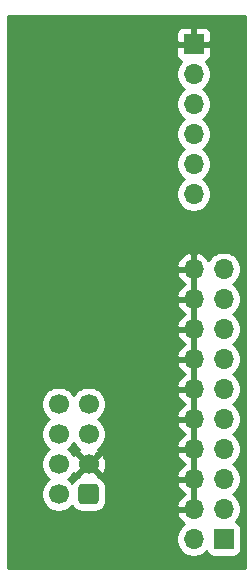
<source format=gbl>
G04 #@! TF.GenerationSoftware,KiCad,Pcbnew,5.1.10*
G04 #@! TF.CreationDate,2021-10-24T19:29:33+00:00*
G04 #@! TF.ProjectId,stm32-debug-breakout,73746d33-322d-4646-9562-75672d627265,rev?*
G04 #@! TF.SameCoordinates,Original*
G04 #@! TF.FileFunction,Copper,L2,Bot*
G04 #@! TF.FilePolarity,Positive*
%FSLAX46Y46*%
G04 Gerber Fmt 4.6, Leading zero omitted, Abs format (unit mm)*
G04 Created by KiCad (PCBNEW 5.1.10) date 2021-10-24 19:29:33*
%MOMM*%
%LPD*%
G01*
G04 APERTURE LIST*
G04 #@! TA.AperFunction,ComponentPad*
%ADD10C,1.700000*%
G04 #@! TD*
G04 #@! TA.AperFunction,ComponentPad*
%ADD11O,1.700000X1.700000*%
G04 #@! TD*
G04 #@! TA.AperFunction,ComponentPad*
%ADD12R,1.700000X1.700000*%
G04 #@! TD*
G04 #@! TA.AperFunction,Conductor*
%ADD13C,0.254000*%
G04 #@! TD*
G04 #@! TA.AperFunction,Conductor*
%ADD14C,0.100000*%
G04 #@! TD*
G04 APERTURE END LIST*
D10*
G04 #@! TO.P,J3,8*
G04 #@! TO.N,/RX*
X143510000Y-105410000D03*
G04 #@! TO.P,J3,6*
G04 #@! TO.N,/SWO*
X143510000Y-107950000D03*
G04 #@! TO.P,J3,4*
G04 #@! TO.N,/SWCLK*
X143510000Y-110490000D03*
G04 #@! TO.P,J3,2*
G04 #@! TO.N,/SWDIO*
X143510000Y-113030000D03*
G04 #@! TO.P,J3,7*
G04 #@! TO.N,/TX*
X146050000Y-105410000D03*
G04 #@! TO.P,J3,5*
G04 #@! TO.N,/NRST*
X146050000Y-107950000D03*
G04 #@! TO.P,J3,3*
G04 #@! TO.N,GND*
X146050000Y-110490000D03*
G04 #@! TO.P,J3,1*
G04 #@! TO.N,VCC*
G04 #@! TA.AperFunction,ComponentPad*
G36*
G01*
X146900000Y-112430000D02*
X146900000Y-113630000D01*
G75*
G02*
X146650000Y-113880000I-250000J0D01*
G01*
X145450000Y-113880000D01*
G75*
G02*
X145200000Y-113630000I0J250000D01*
G01*
X145200000Y-112430000D01*
G75*
G02*
X145450000Y-112180000I250000J0D01*
G01*
X146650000Y-112180000D01*
G75*
G02*
X146900000Y-112430000I0J-250000D01*
G01*
G37*
G04 #@! TD.AperFunction*
G04 #@! TD*
D11*
G04 #@! TO.P,J2,20*
G04 #@! TO.N,GND*
X154940000Y-93980000D03*
G04 #@! TO.P,J2,19*
G04 #@! TO.N,Net-(J2-Pad19)*
X157480000Y-93980000D03*
G04 #@! TO.P,J2,18*
G04 #@! TO.N,GND*
X154940000Y-96520000D03*
G04 #@! TO.P,J2,17*
G04 #@! TO.N,Net-(J2-Pad17)*
X157480000Y-96520000D03*
G04 #@! TO.P,J2,16*
G04 #@! TO.N,GND*
X154940000Y-99060000D03*
G04 #@! TO.P,J2,15*
G04 #@! TO.N,/NRST*
X157480000Y-99060000D03*
G04 #@! TO.P,J2,14*
G04 #@! TO.N,GND*
X154940000Y-101600000D03*
G04 #@! TO.P,J2,13*
G04 #@! TO.N,/SWO*
X157480000Y-101600000D03*
G04 #@! TO.P,J2,12*
G04 #@! TO.N,GND*
X154940000Y-104140000D03*
G04 #@! TO.P,J2,11*
G04 #@! TO.N,Net-(J2-Pad11)*
X157480000Y-104140000D03*
G04 #@! TO.P,J2,10*
G04 #@! TO.N,GND*
X154940000Y-106680000D03*
G04 #@! TO.P,J2,9*
G04 #@! TO.N,/SWCLK*
X157480000Y-106680000D03*
G04 #@! TO.P,J2,8*
G04 #@! TO.N,GND*
X154940000Y-109220000D03*
G04 #@! TO.P,J2,7*
G04 #@! TO.N,/SWDIO*
X157480000Y-109220000D03*
G04 #@! TO.P,J2,6*
G04 #@! TO.N,GND*
X154940000Y-111760000D03*
G04 #@! TO.P,J2,5*
G04 #@! TO.N,Net-(J2-Pad5)*
X157480000Y-111760000D03*
G04 #@! TO.P,J2,4*
G04 #@! TO.N,GND*
X154940000Y-114300000D03*
G04 #@! TO.P,J2,3*
G04 #@! TO.N,Net-(J2-Pad3)*
X157480000Y-114300000D03*
G04 #@! TO.P,J2,2*
G04 #@! TO.N,VCC*
X154940000Y-116840000D03*
D12*
G04 #@! TO.P,J2,1*
X157480000Y-116840000D03*
G04 #@! TD*
D11*
G04 #@! TO.P,J1,6*
G04 #@! TO.N,Net-(J1-Pad6)*
X154940000Y-87630000D03*
G04 #@! TO.P,J1,5*
G04 #@! TO.N,/RX*
X154940000Y-85090000D03*
G04 #@! TO.P,J1,4*
G04 #@! TO.N,/TX*
X154940000Y-82550000D03*
G04 #@! TO.P,J1,3*
G04 #@! TO.N,Net-(J1-Pad3)*
X154940000Y-80010000D03*
G04 #@! TO.P,J1,2*
G04 #@! TO.N,Net-(J1-Pad2)*
X154940000Y-77470000D03*
D12*
G04 #@! TO.P,J1,1*
G04 #@! TO.N,GND*
X154940000Y-74930000D03*
G04 #@! TD*
D13*
G04 #@! TO.N,GND*
X159258000Y-119253000D02*
X139192000Y-119253000D01*
X139192000Y-116693740D01*
X153455000Y-116693740D01*
X153455000Y-116986260D01*
X153512068Y-117273158D01*
X153624010Y-117543411D01*
X153786525Y-117786632D01*
X153993368Y-117993475D01*
X154236589Y-118155990D01*
X154506842Y-118267932D01*
X154793740Y-118325000D01*
X155086260Y-118325000D01*
X155373158Y-118267932D01*
X155643411Y-118155990D01*
X155886632Y-117993475D01*
X156018487Y-117861620D01*
X156040498Y-117934180D01*
X156099463Y-118044494D01*
X156178815Y-118141185D01*
X156275506Y-118220537D01*
X156385820Y-118279502D01*
X156505518Y-118315812D01*
X156630000Y-118328072D01*
X158330000Y-118328072D01*
X158454482Y-118315812D01*
X158574180Y-118279502D01*
X158684494Y-118220537D01*
X158781185Y-118141185D01*
X158860537Y-118044494D01*
X158919502Y-117934180D01*
X158955812Y-117814482D01*
X158968072Y-117690000D01*
X158968072Y-115990000D01*
X158955812Y-115865518D01*
X158919502Y-115745820D01*
X158860537Y-115635506D01*
X158781185Y-115538815D01*
X158684494Y-115459463D01*
X158574180Y-115400498D01*
X158501620Y-115378487D01*
X158633475Y-115246632D01*
X158795990Y-115003411D01*
X158907932Y-114733158D01*
X158965000Y-114446260D01*
X158965000Y-114153740D01*
X158907932Y-113866842D01*
X158795990Y-113596589D01*
X158633475Y-113353368D01*
X158426632Y-113146525D01*
X158252240Y-113030000D01*
X158426632Y-112913475D01*
X158633475Y-112706632D01*
X158795990Y-112463411D01*
X158907932Y-112193158D01*
X158965000Y-111906260D01*
X158965000Y-111613740D01*
X158907932Y-111326842D01*
X158795990Y-111056589D01*
X158633475Y-110813368D01*
X158426632Y-110606525D01*
X158252240Y-110490000D01*
X158426632Y-110373475D01*
X158633475Y-110166632D01*
X158795990Y-109923411D01*
X158907932Y-109653158D01*
X158965000Y-109366260D01*
X158965000Y-109073740D01*
X158907932Y-108786842D01*
X158795990Y-108516589D01*
X158633475Y-108273368D01*
X158426632Y-108066525D01*
X158252240Y-107950000D01*
X158426632Y-107833475D01*
X158633475Y-107626632D01*
X158795990Y-107383411D01*
X158907932Y-107113158D01*
X158965000Y-106826260D01*
X158965000Y-106533740D01*
X158907932Y-106246842D01*
X158795990Y-105976589D01*
X158633475Y-105733368D01*
X158426632Y-105526525D01*
X158252240Y-105410000D01*
X158426632Y-105293475D01*
X158633475Y-105086632D01*
X158795990Y-104843411D01*
X158907932Y-104573158D01*
X158965000Y-104286260D01*
X158965000Y-103993740D01*
X158907932Y-103706842D01*
X158795990Y-103436589D01*
X158633475Y-103193368D01*
X158426632Y-102986525D01*
X158252240Y-102870000D01*
X158426632Y-102753475D01*
X158633475Y-102546632D01*
X158795990Y-102303411D01*
X158907932Y-102033158D01*
X158965000Y-101746260D01*
X158965000Y-101453740D01*
X158907932Y-101166842D01*
X158795990Y-100896589D01*
X158633475Y-100653368D01*
X158426632Y-100446525D01*
X158252240Y-100330000D01*
X158426632Y-100213475D01*
X158633475Y-100006632D01*
X158795990Y-99763411D01*
X158907932Y-99493158D01*
X158965000Y-99206260D01*
X158965000Y-98913740D01*
X158907932Y-98626842D01*
X158795990Y-98356589D01*
X158633475Y-98113368D01*
X158426632Y-97906525D01*
X158252240Y-97790000D01*
X158426632Y-97673475D01*
X158633475Y-97466632D01*
X158795990Y-97223411D01*
X158907932Y-96953158D01*
X158965000Y-96666260D01*
X158965000Y-96373740D01*
X158907932Y-96086842D01*
X158795990Y-95816589D01*
X158633475Y-95573368D01*
X158426632Y-95366525D01*
X158252240Y-95250000D01*
X158426632Y-95133475D01*
X158633475Y-94926632D01*
X158795990Y-94683411D01*
X158907932Y-94413158D01*
X158965000Y-94126260D01*
X158965000Y-93833740D01*
X158907932Y-93546842D01*
X158795990Y-93276589D01*
X158633475Y-93033368D01*
X158426632Y-92826525D01*
X158183411Y-92664010D01*
X157913158Y-92552068D01*
X157626260Y-92495000D01*
X157333740Y-92495000D01*
X157046842Y-92552068D01*
X156776589Y-92664010D01*
X156533368Y-92826525D01*
X156326525Y-93033368D01*
X156208900Y-93209406D01*
X156037588Y-92979731D01*
X155821355Y-92784822D01*
X155571252Y-92635843D01*
X155296891Y-92538519D01*
X155067000Y-92659186D01*
X155067000Y-93853000D01*
X155087000Y-93853000D01*
X155087000Y-94107000D01*
X155067000Y-94107000D01*
X155067000Y-96393000D01*
X155087000Y-96393000D01*
X155087000Y-96647000D01*
X155067000Y-96647000D01*
X155067000Y-98933000D01*
X155087000Y-98933000D01*
X155087000Y-99187000D01*
X155067000Y-99187000D01*
X155067000Y-101473000D01*
X155087000Y-101473000D01*
X155087000Y-101727000D01*
X155067000Y-101727000D01*
X155067000Y-104013000D01*
X155087000Y-104013000D01*
X155087000Y-104267000D01*
X155067000Y-104267000D01*
X155067000Y-106553000D01*
X155087000Y-106553000D01*
X155087000Y-106807000D01*
X155067000Y-106807000D01*
X155067000Y-109093000D01*
X155087000Y-109093000D01*
X155087000Y-109347000D01*
X155067000Y-109347000D01*
X155067000Y-111633000D01*
X155087000Y-111633000D01*
X155087000Y-111887000D01*
X155067000Y-111887000D01*
X155067000Y-114173000D01*
X155087000Y-114173000D01*
X155087000Y-114427000D01*
X155067000Y-114427000D01*
X155067000Y-114447000D01*
X154813000Y-114447000D01*
X154813000Y-114427000D01*
X153619845Y-114427000D01*
X153498524Y-114656890D01*
X153543175Y-114804099D01*
X153668359Y-115066920D01*
X153842412Y-115300269D01*
X154058645Y-115495178D01*
X154175534Y-115564805D01*
X153993368Y-115686525D01*
X153786525Y-115893368D01*
X153624010Y-116136589D01*
X153512068Y-116406842D01*
X153455000Y-116693740D01*
X139192000Y-116693740D01*
X139192000Y-105263740D01*
X142025000Y-105263740D01*
X142025000Y-105556260D01*
X142082068Y-105843158D01*
X142194010Y-106113411D01*
X142356525Y-106356632D01*
X142563368Y-106563475D01*
X142737760Y-106680000D01*
X142563368Y-106796525D01*
X142356525Y-107003368D01*
X142194010Y-107246589D01*
X142082068Y-107516842D01*
X142025000Y-107803740D01*
X142025000Y-108096260D01*
X142082068Y-108383158D01*
X142194010Y-108653411D01*
X142356525Y-108896632D01*
X142563368Y-109103475D01*
X142737760Y-109220000D01*
X142563368Y-109336525D01*
X142356525Y-109543368D01*
X142194010Y-109786589D01*
X142082068Y-110056842D01*
X142025000Y-110343740D01*
X142025000Y-110636260D01*
X142082068Y-110923158D01*
X142194010Y-111193411D01*
X142356525Y-111436632D01*
X142563368Y-111643475D01*
X142737760Y-111760000D01*
X142563368Y-111876525D01*
X142356525Y-112083368D01*
X142194010Y-112326589D01*
X142082068Y-112596842D01*
X142025000Y-112883740D01*
X142025000Y-113176260D01*
X142082068Y-113463158D01*
X142194010Y-113733411D01*
X142356525Y-113976632D01*
X142563368Y-114183475D01*
X142806589Y-114345990D01*
X143076842Y-114457932D01*
X143363740Y-114515000D01*
X143656260Y-114515000D01*
X143943158Y-114457932D01*
X144213411Y-114345990D01*
X144456632Y-114183475D01*
X144643715Y-113996392D01*
X144711595Y-114123386D01*
X144822038Y-114257962D01*
X144956614Y-114368405D01*
X145110150Y-114450472D01*
X145276746Y-114501008D01*
X145450000Y-114518072D01*
X146650000Y-114518072D01*
X146823254Y-114501008D01*
X146989850Y-114450472D01*
X147143386Y-114368405D01*
X147277962Y-114257962D01*
X147388405Y-114123386D01*
X147470472Y-113969850D01*
X147521008Y-113803254D01*
X147538072Y-113630000D01*
X147538072Y-112430000D01*
X147521008Y-112256746D01*
X147478584Y-112116890D01*
X153498524Y-112116890D01*
X153543175Y-112264099D01*
X153668359Y-112526920D01*
X153842412Y-112760269D01*
X154058645Y-112955178D01*
X154184255Y-113030000D01*
X154058645Y-113104822D01*
X153842412Y-113299731D01*
X153668359Y-113533080D01*
X153543175Y-113795901D01*
X153498524Y-113943110D01*
X153619845Y-114173000D01*
X154813000Y-114173000D01*
X154813000Y-111887000D01*
X153619845Y-111887000D01*
X153498524Y-112116890D01*
X147478584Y-112116890D01*
X147470472Y-112090150D01*
X147388405Y-111936614D01*
X147277962Y-111802038D01*
X147143386Y-111691595D01*
X146989850Y-111609528D01*
X146880707Y-111576420D01*
X146898792Y-111518397D01*
X146050000Y-110669605D01*
X145201208Y-111518397D01*
X145219293Y-111576420D01*
X145110150Y-111609528D01*
X144956614Y-111691595D01*
X144822038Y-111802038D01*
X144711595Y-111936614D01*
X144643715Y-112063608D01*
X144456632Y-111876525D01*
X144282240Y-111760000D01*
X144456632Y-111643475D01*
X144663475Y-111436632D01*
X144779311Y-111263271D01*
X145021603Y-111338792D01*
X145870395Y-110490000D01*
X146229605Y-110490000D01*
X147078397Y-111338792D01*
X147327472Y-111261157D01*
X147453371Y-110997117D01*
X147525339Y-110713589D01*
X147540611Y-110421469D01*
X147498599Y-110131981D01*
X147400919Y-109856253D01*
X147327472Y-109718843D01*
X147078397Y-109641208D01*
X146229605Y-110490000D01*
X145870395Y-110490000D01*
X145021603Y-109641208D01*
X144779311Y-109716729D01*
X144663475Y-109543368D01*
X144456632Y-109336525D01*
X144282240Y-109220000D01*
X144456632Y-109103475D01*
X144663475Y-108896632D01*
X144780000Y-108722240D01*
X144896525Y-108896632D01*
X145103368Y-109103475D01*
X145276729Y-109219311D01*
X145201208Y-109461603D01*
X146050000Y-110310395D01*
X146783505Y-109576890D01*
X153498524Y-109576890D01*
X153543175Y-109724099D01*
X153668359Y-109986920D01*
X153842412Y-110220269D01*
X154058645Y-110415178D01*
X154184255Y-110490000D01*
X154058645Y-110564822D01*
X153842412Y-110759731D01*
X153668359Y-110993080D01*
X153543175Y-111255901D01*
X153498524Y-111403110D01*
X153619845Y-111633000D01*
X154813000Y-111633000D01*
X154813000Y-109347000D01*
X153619845Y-109347000D01*
X153498524Y-109576890D01*
X146783505Y-109576890D01*
X146898792Y-109461603D01*
X146823271Y-109219311D01*
X146996632Y-109103475D01*
X147203475Y-108896632D01*
X147365990Y-108653411D01*
X147477932Y-108383158D01*
X147535000Y-108096260D01*
X147535000Y-107803740D01*
X147477932Y-107516842D01*
X147365990Y-107246589D01*
X147225874Y-107036890D01*
X153498524Y-107036890D01*
X153543175Y-107184099D01*
X153668359Y-107446920D01*
X153842412Y-107680269D01*
X154058645Y-107875178D01*
X154184255Y-107950000D01*
X154058645Y-108024822D01*
X153842412Y-108219731D01*
X153668359Y-108453080D01*
X153543175Y-108715901D01*
X153498524Y-108863110D01*
X153619845Y-109093000D01*
X154813000Y-109093000D01*
X154813000Y-106807000D01*
X153619845Y-106807000D01*
X153498524Y-107036890D01*
X147225874Y-107036890D01*
X147203475Y-107003368D01*
X146996632Y-106796525D01*
X146822240Y-106680000D01*
X146996632Y-106563475D01*
X147203475Y-106356632D01*
X147365990Y-106113411D01*
X147477932Y-105843158D01*
X147535000Y-105556260D01*
X147535000Y-105263740D01*
X147477932Y-104976842D01*
X147365990Y-104706589D01*
X147225874Y-104496890D01*
X153498524Y-104496890D01*
X153543175Y-104644099D01*
X153668359Y-104906920D01*
X153842412Y-105140269D01*
X154058645Y-105335178D01*
X154184255Y-105410000D01*
X154058645Y-105484822D01*
X153842412Y-105679731D01*
X153668359Y-105913080D01*
X153543175Y-106175901D01*
X153498524Y-106323110D01*
X153619845Y-106553000D01*
X154813000Y-106553000D01*
X154813000Y-104267000D01*
X153619845Y-104267000D01*
X153498524Y-104496890D01*
X147225874Y-104496890D01*
X147203475Y-104463368D01*
X146996632Y-104256525D01*
X146753411Y-104094010D01*
X146483158Y-103982068D01*
X146196260Y-103925000D01*
X145903740Y-103925000D01*
X145616842Y-103982068D01*
X145346589Y-104094010D01*
X145103368Y-104256525D01*
X144896525Y-104463368D01*
X144780000Y-104637760D01*
X144663475Y-104463368D01*
X144456632Y-104256525D01*
X144213411Y-104094010D01*
X143943158Y-103982068D01*
X143656260Y-103925000D01*
X143363740Y-103925000D01*
X143076842Y-103982068D01*
X142806589Y-104094010D01*
X142563368Y-104256525D01*
X142356525Y-104463368D01*
X142194010Y-104706589D01*
X142082068Y-104976842D01*
X142025000Y-105263740D01*
X139192000Y-105263740D01*
X139192000Y-101956890D01*
X153498524Y-101956890D01*
X153543175Y-102104099D01*
X153668359Y-102366920D01*
X153842412Y-102600269D01*
X154058645Y-102795178D01*
X154184255Y-102870000D01*
X154058645Y-102944822D01*
X153842412Y-103139731D01*
X153668359Y-103373080D01*
X153543175Y-103635901D01*
X153498524Y-103783110D01*
X153619845Y-104013000D01*
X154813000Y-104013000D01*
X154813000Y-101727000D01*
X153619845Y-101727000D01*
X153498524Y-101956890D01*
X139192000Y-101956890D01*
X139192000Y-99416890D01*
X153498524Y-99416890D01*
X153543175Y-99564099D01*
X153668359Y-99826920D01*
X153842412Y-100060269D01*
X154058645Y-100255178D01*
X154184255Y-100330000D01*
X154058645Y-100404822D01*
X153842412Y-100599731D01*
X153668359Y-100833080D01*
X153543175Y-101095901D01*
X153498524Y-101243110D01*
X153619845Y-101473000D01*
X154813000Y-101473000D01*
X154813000Y-99187000D01*
X153619845Y-99187000D01*
X153498524Y-99416890D01*
X139192000Y-99416890D01*
X139192000Y-96876890D01*
X153498524Y-96876890D01*
X153543175Y-97024099D01*
X153668359Y-97286920D01*
X153842412Y-97520269D01*
X154058645Y-97715178D01*
X154184255Y-97790000D01*
X154058645Y-97864822D01*
X153842412Y-98059731D01*
X153668359Y-98293080D01*
X153543175Y-98555901D01*
X153498524Y-98703110D01*
X153619845Y-98933000D01*
X154813000Y-98933000D01*
X154813000Y-96647000D01*
X153619845Y-96647000D01*
X153498524Y-96876890D01*
X139192000Y-96876890D01*
X139192000Y-94336890D01*
X153498524Y-94336890D01*
X153543175Y-94484099D01*
X153668359Y-94746920D01*
X153842412Y-94980269D01*
X154058645Y-95175178D01*
X154184255Y-95250000D01*
X154058645Y-95324822D01*
X153842412Y-95519731D01*
X153668359Y-95753080D01*
X153543175Y-96015901D01*
X153498524Y-96163110D01*
X153619845Y-96393000D01*
X154813000Y-96393000D01*
X154813000Y-94107000D01*
X153619845Y-94107000D01*
X153498524Y-94336890D01*
X139192000Y-94336890D01*
X139192000Y-93623110D01*
X153498524Y-93623110D01*
X153619845Y-93853000D01*
X154813000Y-93853000D01*
X154813000Y-92659186D01*
X154583109Y-92538519D01*
X154308748Y-92635843D01*
X154058645Y-92784822D01*
X153842412Y-92979731D01*
X153668359Y-93213080D01*
X153543175Y-93475901D01*
X153498524Y-93623110D01*
X139192000Y-93623110D01*
X139192000Y-75780000D01*
X153451928Y-75780000D01*
X153464188Y-75904482D01*
X153500498Y-76024180D01*
X153559463Y-76134494D01*
X153638815Y-76231185D01*
X153735506Y-76310537D01*
X153845820Y-76369502D01*
X153918380Y-76391513D01*
X153786525Y-76523368D01*
X153624010Y-76766589D01*
X153512068Y-77036842D01*
X153455000Y-77323740D01*
X153455000Y-77616260D01*
X153512068Y-77903158D01*
X153624010Y-78173411D01*
X153786525Y-78416632D01*
X153993368Y-78623475D01*
X154167760Y-78740000D01*
X153993368Y-78856525D01*
X153786525Y-79063368D01*
X153624010Y-79306589D01*
X153512068Y-79576842D01*
X153455000Y-79863740D01*
X153455000Y-80156260D01*
X153512068Y-80443158D01*
X153624010Y-80713411D01*
X153786525Y-80956632D01*
X153993368Y-81163475D01*
X154167760Y-81280000D01*
X153993368Y-81396525D01*
X153786525Y-81603368D01*
X153624010Y-81846589D01*
X153512068Y-82116842D01*
X153455000Y-82403740D01*
X153455000Y-82696260D01*
X153512068Y-82983158D01*
X153624010Y-83253411D01*
X153786525Y-83496632D01*
X153993368Y-83703475D01*
X154167760Y-83820000D01*
X153993368Y-83936525D01*
X153786525Y-84143368D01*
X153624010Y-84386589D01*
X153512068Y-84656842D01*
X153455000Y-84943740D01*
X153455000Y-85236260D01*
X153512068Y-85523158D01*
X153624010Y-85793411D01*
X153786525Y-86036632D01*
X153993368Y-86243475D01*
X154167760Y-86360000D01*
X153993368Y-86476525D01*
X153786525Y-86683368D01*
X153624010Y-86926589D01*
X153512068Y-87196842D01*
X153455000Y-87483740D01*
X153455000Y-87776260D01*
X153512068Y-88063158D01*
X153624010Y-88333411D01*
X153786525Y-88576632D01*
X153993368Y-88783475D01*
X154236589Y-88945990D01*
X154506842Y-89057932D01*
X154793740Y-89115000D01*
X155086260Y-89115000D01*
X155373158Y-89057932D01*
X155643411Y-88945990D01*
X155886632Y-88783475D01*
X156093475Y-88576632D01*
X156255990Y-88333411D01*
X156367932Y-88063158D01*
X156425000Y-87776260D01*
X156425000Y-87483740D01*
X156367932Y-87196842D01*
X156255990Y-86926589D01*
X156093475Y-86683368D01*
X155886632Y-86476525D01*
X155712240Y-86360000D01*
X155886632Y-86243475D01*
X156093475Y-86036632D01*
X156255990Y-85793411D01*
X156367932Y-85523158D01*
X156425000Y-85236260D01*
X156425000Y-84943740D01*
X156367932Y-84656842D01*
X156255990Y-84386589D01*
X156093475Y-84143368D01*
X155886632Y-83936525D01*
X155712240Y-83820000D01*
X155886632Y-83703475D01*
X156093475Y-83496632D01*
X156255990Y-83253411D01*
X156367932Y-82983158D01*
X156425000Y-82696260D01*
X156425000Y-82403740D01*
X156367932Y-82116842D01*
X156255990Y-81846589D01*
X156093475Y-81603368D01*
X155886632Y-81396525D01*
X155712240Y-81280000D01*
X155886632Y-81163475D01*
X156093475Y-80956632D01*
X156255990Y-80713411D01*
X156367932Y-80443158D01*
X156425000Y-80156260D01*
X156425000Y-79863740D01*
X156367932Y-79576842D01*
X156255990Y-79306589D01*
X156093475Y-79063368D01*
X155886632Y-78856525D01*
X155712240Y-78740000D01*
X155886632Y-78623475D01*
X156093475Y-78416632D01*
X156255990Y-78173411D01*
X156367932Y-77903158D01*
X156425000Y-77616260D01*
X156425000Y-77323740D01*
X156367932Y-77036842D01*
X156255990Y-76766589D01*
X156093475Y-76523368D01*
X155961620Y-76391513D01*
X156034180Y-76369502D01*
X156144494Y-76310537D01*
X156241185Y-76231185D01*
X156320537Y-76134494D01*
X156379502Y-76024180D01*
X156415812Y-75904482D01*
X156428072Y-75780000D01*
X156425000Y-75215750D01*
X156266250Y-75057000D01*
X155067000Y-75057000D01*
X155067000Y-75077000D01*
X154813000Y-75077000D01*
X154813000Y-75057000D01*
X153613750Y-75057000D01*
X153455000Y-75215750D01*
X153451928Y-75780000D01*
X139192000Y-75780000D01*
X139192000Y-74080000D01*
X153451928Y-74080000D01*
X153455000Y-74644250D01*
X153613750Y-74803000D01*
X154813000Y-74803000D01*
X154813000Y-73603750D01*
X155067000Y-73603750D01*
X155067000Y-74803000D01*
X156266250Y-74803000D01*
X156425000Y-74644250D01*
X156428072Y-74080000D01*
X156415812Y-73955518D01*
X156379502Y-73835820D01*
X156320537Y-73725506D01*
X156241185Y-73628815D01*
X156144494Y-73549463D01*
X156034180Y-73490498D01*
X155914482Y-73454188D01*
X155790000Y-73441928D01*
X155225750Y-73445000D01*
X155067000Y-73603750D01*
X154813000Y-73603750D01*
X154654250Y-73445000D01*
X154090000Y-73441928D01*
X153965518Y-73454188D01*
X153845820Y-73490498D01*
X153735506Y-73549463D01*
X153638815Y-73628815D01*
X153559463Y-73725506D01*
X153500498Y-73835820D01*
X153464188Y-73955518D01*
X153451928Y-74080000D01*
X139192000Y-74080000D01*
X139192000Y-72517000D01*
X159258000Y-72517000D01*
X159258000Y-119253000D01*
G04 #@! TA.AperFunction,Conductor*
D14*
G36*
X159258000Y-119253000D02*
G01*
X139192000Y-119253000D01*
X139192000Y-116693740D01*
X153455000Y-116693740D01*
X153455000Y-116986260D01*
X153512068Y-117273158D01*
X153624010Y-117543411D01*
X153786525Y-117786632D01*
X153993368Y-117993475D01*
X154236589Y-118155990D01*
X154506842Y-118267932D01*
X154793740Y-118325000D01*
X155086260Y-118325000D01*
X155373158Y-118267932D01*
X155643411Y-118155990D01*
X155886632Y-117993475D01*
X156018487Y-117861620D01*
X156040498Y-117934180D01*
X156099463Y-118044494D01*
X156178815Y-118141185D01*
X156275506Y-118220537D01*
X156385820Y-118279502D01*
X156505518Y-118315812D01*
X156630000Y-118328072D01*
X158330000Y-118328072D01*
X158454482Y-118315812D01*
X158574180Y-118279502D01*
X158684494Y-118220537D01*
X158781185Y-118141185D01*
X158860537Y-118044494D01*
X158919502Y-117934180D01*
X158955812Y-117814482D01*
X158968072Y-117690000D01*
X158968072Y-115990000D01*
X158955812Y-115865518D01*
X158919502Y-115745820D01*
X158860537Y-115635506D01*
X158781185Y-115538815D01*
X158684494Y-115459463D01*
X158574180Y-115400498D01*
X158501620Y-115378487D01*
X158633475Y-115246632D01*
X158795990Y-115003411D01*
X158907932Y-114733158D01*
X158965000Y-114446260D01*
X158965000Y-114153740D01*
X158907932Y-113866842D01*
X158795990Y-113596589D01*
X158633475Y-113353368D01*
X158426632Y-113146525D01*
X158252240Y-113030000D01*
X158426632Y-112913475D01*
X158633475Y-112706632D01*
X158795990Y-112463411D01*
X158907932Y-112193158D01*
X158965000Y-111906260D01*
X158965000Y-111613740D01*
X158907932Y-111326842D01*
X158795990Y-111056589D01*
X158633475Y-110813368D01*
X158426632Y-110606525D01*
X158252240Y-110490000D01*
X158426632Y-110373475D01*
X158633475Y-110166632D01*
X158795990Y-109923411D01*
X158907932Y-109653158D01*
X158965000Y-109366260D01*
X158965000Y-109073740D01*
X158907932Y-108786842D01*
X158795990Y-108516589D01*
X158633475Y-108273368D01*
X158426632Y-108066525D01*
X158252240Y-107950000D01*
X158426632Y-107833475D01*
X158633475Y-107626632D01*
X158795990Y-107383411D01*
X158907932Y-107113158D01*
X158965000Y-106826260D01*
X158965000Y-106533740D01*
X158907932Y-106246842D01*
X158795990Y-105976589D01*
X158633475Y-105733368D01*
X158426632Y-105526525D01*
X158252240Y-105410000D01*
X158426632Y-105293475D01*
X158633475Y-105086632D01*
X158795990Y-104843411D01*
X158907932Y-104573158D01*
X158965000Y-104286260D01*
X158965000Y-103993740D01*
X158907932Y-103706842D01*
X158795990Y-103436589D01*
X158633475Y-103193368D01*
X158426632Y-102986525D01*
X158252240Y-102870000D01*
X158426632Y-102753475D01*
X158633475Y-102546632D01*
X158795990Y-102303411D01*
X158907932Y-102033158D01*
X158965000Y-101746260D01*
X158965000Y-101453740D01*
X158907932Y-101166842D01*
X158795990Y-100896589D01*
X158633475Y-100653368D01*
X158426632Y-100446525D01*
X158252240Y-100330000D01*
X158426632Y-100213475D01*
X158633475Y-100006632D01*
X158795990Y-99763411D01*
X158907932Y-99493158D01*
X158965000Y-99206260D01*
X158965000Y-98913740D01*
X158907932Y-98626842D01*
X158795990Y-98356589D01*
X158633475Y-98113368D01*
X158426632Y-97906525D01*
X158252240Y-97790000D01*
X158426632Y-97673475D01*
X158633475Y-97466632D01*
X158795990Y-97223411D01*
X158907932Y-96953158D01*
X158965000Y-96666260D01*
X158965000Y-96373740D01*
X158907932Y-96086842D01*
X158795990Y-95816589D01*
X158633475Y-95573368D01*
X158426632Y-95366525D01*
X158252240Y-95250000D01*
X158426632Y-95133475D01*
X158633475Y-94926632D01*
X158795990Y-94683411D01*
X158907932Y-94413158D01*
X158965000Y-94126260D01*
X158965000Y-93833740D01*
X158907932Y-93546842D01*
X158795990Y-93276589D01*
X158633475Y-93033368D01*
X158426632Y-92826525D01*
X158183411Y-92664010D01*
X157913158Y-92552068D01*
X157626260Y-92495000D01*
X157333740Y-92495000D01*
X157046842Y-92552068D01*
X156776589Y-92664010D01*
X156533368Y-92826525D01*
X156326525Y-93033368D01*
X156208900Y-93209406D01*
X156037588Y-92979731D01*
X155821355Y-92784822D01*
X155571252Y-92635843D01*
X155296891Y-92538519D01*
X155067000Y-92659186D01*
X155067000Y-93853000D01*
X155087000Y-93853000D01*
X155087000Y-94107000D01*
X155067000Y-94107000D01*
X155067000Y-96393000D01*
X155087000Y-96393000D01*
X155087000Y-96647000D01*
X155067000Y-96647000D01*
X155067000Y-98933000D01*
X155087000Y-98933000D01*
X155087000Y-99187000D01*
X155067000Y-99187000D01*
X155067000Y-101473000D01*
X155087000Y-101473000D01*
X155087000Y-101727000D01*
X155067000Y-101727000D01*
X155067000Y-104013000D01*
X155087000Y-104013000D01*
X155087000Y-104267000D01*
X155067000Y-104267000D01*
X155067000Y-106553000D01*
X155087000Y-106553000D01*
X155087000Y-106807000D01*
X155067000Y-106807000D01*
X155067000Y-109093000D01*
X155087000Y-109093000D01*
X155087000Y-109347000D01*
X155067000Y-109347000D01*
X155067000Y-111633000D01*
X155087000Y-111633000D01*
X155087000Y-111887000D01*
X155067000Y-111887000D01*
X155067000Y-114173000D01*
X155087000Y-114173000D01*
X155087000Y-114427000D01*
X155067000Y-114427000D01*
X155067000Y-114447000D01*
X154813000Y-114447000D01*
X154813000Y-114427000D01*
X153619845Y-114427000D01*
X153498524Y-114656890D01*
X153543175Y-114804099D01*
X153668359Y-115066920D01*
X153842412Y-115300269D01*
X154058645Y-115495178D01*
X154175534Y-115564805D01*
X153993368Y-115686525D01*
X153786525Y-115893368D01*
X153624010Y-116136589D01*
X153512068Y-116406842D01*
X153455000Y-116693740D01*
X139192000Y-116693740D01*
X139192000Y-105263740D01*
X142025000Y-105263740D01*
X142025000Y-105556260D01*
X142082068Y-105843158D01*
X142194010Y-106113411D01*
X142356525Y-106356632D01*
X142563368Y-106563475D01*
X142737760Y-106680000D01*
X142563368Y-106796525D01*
X142356525Y-107003368D01*
X142194010Y-107246589D01*
X142082068Y-107516842D01*
X142025000Y-107803740D01*
X142025000Y-108096260D01*
X142082068Y-108383158D01*
X142194010Y-108653411D01*
X142356525Y-108896632D01*
X142563368Y-109103475D01*
X142737760Y-109220000D01*
X142563368Y-109336525D01*
X142356525Y-109543368D01*
X142194010Y-109786589D01*
X142082068Y-110056842D01*
X142025000Y-110343740D01*
X142025000Y-110636260D01*
X142082068Y-110923158D01*
X142194010Y-111193411D01*
X142356525Y-111436632D01*
X142563368Y-111643475D01*
X142737760Y-111760000D01*
X142563368Y-111876525D01*
X142356525Y-112083368D01*
X142194010Y-112326589D01*
X142082068Y-112596842D01*
X142025000Y-112883740D01*
X142025000Y-113176260D01*
X142082068Y-113463158D01*
X142194010Y-113733411D01*
X142356525Y-113976632D01*
X142563368Y-114183475D01*
X142806589Y-114345990D01*
X143076842Y-114457932D01*
X143363740Y-114515000D01*
X143656260Y-114515000D01*
X143943158Y-114457932D01*
X144213411Y-114345990D01*
X144456632Y-114183475D01*
X144643715Y-113996392D01*
X144711595Y-114123386D01*
X144822038Y-114257962D01*
X144956614Y-114368405D01*
X145110150Y-114450472D01*
X145276746Y-114501008D01*
X145450000Y-114518072D01*
X146650000Y-114518072D01*
X146823254Y-114501008D01*
X146989850Y-114450472D01*
X147143386Y-114368405D01*
X147277962Y-114257962D01*
X147388405Y-114123386D01*
X147470472Y-113969850D01*
X147521008Y-113803254D01*
X147538072Y-113630000D01*
X147538072Y-112430000D01*
X147521008Y-112256746D01*
X147478584Y-112116890D01*
X153498524Y-112116890D01*
X153543175Y-112264099D01*
X153668359Y-112526920D01*
X153842412Y-112760269D01*
X154058645Y-112955178D01*
X154184255Y-113030000D01*
X154058645Y-113104822D01*
X153842412Y-113299731D01*
X153668359Y-113533080D01*
X153543175Y-113795901D01*
X153498524Y-113943110D01*
X153619845Y-114173000D01*
X154813000Y-114173000D01*
X154813000Y-111887000D01*
X153619845Y-111887000D01*
X153498524Y-112116890D01*
X147478584Y-112116890D01*
X147470472Y-112090150D01*
X147388405Y-111936614D01*
X147277962Y-111802038D01*
X147143386Y-111691595D01*
X146989850Y-111609528D01*
X146880707Y-111576420D01*
X146898792Y-111518397D01*
X146050000Y-110669605D01*
X145201208Y-111518397D01*
X145219293Y-111576420D01*
X145110150Y-111609528D01*
X144956614Y-111691595D01*
X144822038Y-111802038D01*
X144711595Y-111936614D01*
X144643715Y-112063608D01*
X144456632Y-111876525D01*
X144282240Y-111760000D01*
X144456632Y-111643475D01*
X144663475Y-111436632D01*
X144779311Y-111263271D01*
X145021603Y-111338792D01*
X145870395Y-110490000D01*
X146229605Y-110490000D01*
X147078397Y-111338792D01*
X147327472Y-111261157D01*
X147453371Y-110997117D01*
X147525339Y-110713589D01*
X147540611Y-110421469D01*
X147498599Y-110131981D01*
X147400919Y-109856253D01*
X147327472Y-109718843D01*
X147078397Y-109641208D01*
X146229605Y-110490000D01*
X145870395Y-110490000D01*
X145021603Y-109641208D01*
X144779311Y-109716729D01*
X144663475Y-109543368D01*
X144456632Y-109336525D01*
X144282240Y-109220000D01*
X144456632Y-109103475D01*
X144663475Y-108896632D01*
X144780000Y-108722240D01*
X144896525Y-108896632D01*
X145103368Y-109103475D01*
X145276729Y-109219311D01*
X145201208Y-109461603D01*
X146050000Y-110310395D01*
X146783505Y-109576890D01*
X153498524Y-109576890D01*
X153543175Y-109724099D01*
X153668359Y-109986920D01*
X153842412Y-110220269D01*
X154058645Y-110415178D01*
X154184255Y-110490000D01*
X154058645Y-110564822D01*
X153842412Y-110759731D01*
X153668359Y-110993080D01*
X153543175Y-111255901D01*
X153498524Y-111403110D01*
X153619845Y-111633000D01*
X154813000Y-111633000D01*
X154813000Y-109347000D01*
X153619845Y-109347000D01*
X153498524Y-109576890D01*
X146783505Y-109576890D01*
X146898792Y-109461603D01*
X146823271Y-109219311D01*
X146996632Y-109103475D01*
X147203475Y-108896632D01*
X147365990Y-108653411D01*
X147477932Y-108383158D01*
X147535000Y-108096260D01*
X147535000Y-107803740D01*
X147477932Y-107516842D01*
X147365990Y-107246589D01*
X147225874Y-107036890D01*
X153498524Y-107036890D01*
X153543175Y-107184099D01*
X153668359Y-107446920D01*
X153842412Y-107680269D01*
X154058645Y-107875178D01*
X154184255Y-107950000D01*
X154058645Y-108024822D01*
X153842412Y-108219731D01*
X153668359Y-108453080D01*
X153543175Y-108715901D01*
X153498524Y-108863110D01*
X153619845Y-109093000D01*
X154813000Y-109093000D01*
X154813000Y-106807000D01*
X153619845Y-106807000D01*
X153498524Y-107036890D01*
X147225874Y-107036890D01*
X147203475Y-107003368D01*
X146996632Y-106796525D01*
X146822240Y-106680000D01*
X146996632Y-106563475D01*
X147203475Y-106356632D01*
X147365990Y-106113411D01*
X147477932Y-105843158D01*
X147535000Y-105556260D01*
X147535000Y-105263740D01*
X147477932Y-104976842D01*
X147365990Y-104706589D01*
X147225874Y-104496890D01*
X153498524Y-104496890D01*
X153543175Y-104644099D01*
X153668359Y-104906920D01*
X153842412Y-105140269D01*
X154058645Y-105335178D01*
X154184255Y-105410000D01*
X154058645Y-105484822D01*
X153842412Y-105679731D01*
X153668359Y-105913080D01*
X153543175Y-106175901D01*
X153498524Y-106323110D01*
X153619845Y-106553000D01*
X154813000Y-106553000D01*
X154813000Y-104267000D01*
X153619845Y-104267000D01*
X153498524Y-104496890D01*
X147225874Y-104496890D01*
X147203475Y-104463368D01*
X146996632Y-104256525D01*
X146753411Y-104094010D01*
X146483158Y-103982068D01*
X146196260Y-103925000D01*
X145903740Y-103925000D01*
X145616842Y-103982068D01*
X145346589Y-104094010D01*
X145103368Y-104256525D01*
X144896525Y-104463368D01*
X144780000Y-104637760D01*
X144663475Y-104463368D01*
X144456632Y-104256525D01*
X144213411Y-104094010D01*
X143943158Y-103982068D01*
X143656260Y-103925000D01*
X143363740Y-103925000D01*
X143076842Y-103982068D01*
X142806589Y-104094010D01*
X142563368Y-104256525D01*
X142356525Y-104463368D01*
X142194010Y-104706589D01*
X142082068Y-104976842D01*
X142025000Y-105263740D01*
X139192000Y-105263740D01*
X139192000Y-101956890D01*
X153498524Y-101956890D01*
X153543175Y-102104099D01*
X153668359Y-102366920D01*
X153842412Y-102600269D01*
X154058645Y-102795178D01*
X154184255Y-102870000D01*
X154058645Y-102944822D01*
X153842412Y-103139731D01*
X153668359Y-103373080D01*
X153543175Y-103635901D01*
X153498524Y-103783110D01*
X153619845Y-104013000D01*
X154813000Y-104013000D01*
X154813000Y-101727000D01*
X153619845Y-101727000D01*
X153498524Y-101956890D01*
X139192000Y-101956890D01*
X139192000Y-99416890D01*
X153498524Y-99416890D01*
X153543175Y-99564099D01*
X153668359Y-99826920D01*
X153842412Y-100060269D01*
X154058645Y-100255178D01*
X154184255Y-100330000D01*
X154058645Y-100404822D01*
X153842412Y-100599731D01*
X153668359Y-100833080D01*
X153543175Y-101095901D01*
X153498524Y-101243110D01*
X153619845Y-101473000D01*
X154813000Y-101473000D01*
X154813000Y-99187000D01*
X153619845Y-99187000D01*
X153498524Y-99416890D01*
X139192000Y-99416890D01*
X139192000Y-96876890D01*
X153498524Y-96876890D01*
X153543175Y-97024099D01*
X153668359Y-97286920D01*
X153842412Y-97520269D01*
X154058645Y-97715178D01*
X154184255Y-97790000D01*
X154058645Y-97864822D01*
X153842412Y-98059731D01*
X153668359Y-98293080D01*
X153543175Y-98555901D01*
X153498524Y-98703110D01*
X153619845Y-98933000D01*
X154813000Y-98933000D01*
X154813000Y-96647000D01*
X153619845Y-96647000D01*
X153498524Y-96876890D01*
X139192000Y-96876890D01*
X139192000Y-94336890D01*
X153498524Y-94336890D01*
X153543175Y-94484099D01*
X153668359Y-94746920D01*
X153842412Y-94980269D01*
X154058645Y-95175178D01*
X154184255Y-95250000D01*
X154058645Y-95324822D01*
X153842412Y-95519731D01*
X153668359Y-95753080D01*
X153543175Y-96015901D01*
X153498524Y-96163110D01*
X153619845Y-96393000D01*
X154813000Y-96393000D01*
X154813000Y-94107000D01*
X153619845Y-94107000D01*
X153498524Y-94336890D01*
X139192000Y-94336890D01*
X139192000Y-93623110D01*
X153498524Y-93623110D01*
X153619845Y-93853000D01*
X154813000Y-93853000D01*
X154813000Y-92659186D01*
X154583109Y-92538519D01*
X154308748Y-92635843D01*
X154058645Y-92784822D01*
X153842412Y-92979731D01*
X153668359Y-93213080D01*
X153543175Y-93475901D01*
X153498524Y-93623110D01*
X139192000Y-93623110D01*
X139192000Y-75780000D01*
X153451928Y-75780000D01*
X153464188Y-75904482D01*
X153500498Y-76024180D01*
X153559463Y-76134494D01*
X153638815Y-76231185D01*
X153735506Y-76310537D01*
X153845820Y-76369502D01*
X153918380Y-76391513D01*
X153786525Y-76523368D01*
X153624010Y-76766589D01*
X153512068Y-77036842D01*
X153455000Y-77323740D01*
X153455000Y-77616260D01*
X153512068Y-77903158D01*
X153624010Y-78173411D01*
X153786525Y-78416632D01*
X153993368Y-78623475D01*
X154167760Y-78740000D01*
X153993368Y-78856525D01*
X153786525Y-79063368D01*
X153624010Y-79306589D01*
X153512068Y-79576842D01*
X153455000Y-79863740D01*
X153455000Y-80156260D01*
X153512068Y-80443158D01*
X153624010Y-80713411D01*
X153786525Y-80956632D01*
X153993368Y-81163475D01*
X154167760Y-81280000D01*
X153993368Y-81396525D01*
X153786525Y-81603368D01*
X153624010Y-81846589D01*
X153512068Y-82116842D01*
X153455000Y-82403740D01*
X153455000Y-82696260D01*
X153512068Y-82983158D01*
X153624010Y-83253411D01*
X153786525Y-83496632D01*
X153993368Y-83703475D01*
X154167760Y-83820000D01*
X153993368Y-83936525D01*
X153786525Y-84143368D01*
X153624010Y-84386589D01*
X153512068Y-84656842D01*
X153455000Y-84943740D01*
X153455000Y-85236260D01*
X153512068Y-85523158D01*
X153624010Y-85793411D01*
X153786525Y-86036632D01*
X153993368Y-86243475D01*
X154167760Y-86360000D01*
X153993368Y-86476525D01*
X153786525Y-86683368D01*
X153624010Y-86926589D01*
X153512068Y-87196842D01*
X153455000Y-87483740D01*
X153455000Y-87776260D01*
X153512068Y-88063158D01*
X153624010Y-88333411D01*
X153786525Y-88576632D01*
X153993368Y-88783475D01*
X154236589Y-88945990D01*
X154506842Y-89057932D01*
X154793740Y-89115000D01*
X155086260Y-89115000D01*
X155373158Y-89057932D01*
X155643411Y-88945990D01*
X155886632Y-88783475D01*
X156093475Y-88576632D01*
X156255990Y-88333411D01*
X156367932Y-88063158D01*
X156425000Y-87776260D01*
X156425000Y-87483740D01*
X156367932Y-87196842D01*
X156255990Y-86926589D01*
X156093475Y-86683368D01*
X155886632Y-86476525D01*
X155712240Y-86360000D01*
X155886632Y-86243475D01*
X156093475Y-86036632D01*
X156255990Y-85793411D01*
X156367932Y-85523158D01*
X156425000Y-85236260D01*
X156425000Y-84943740D01*
X156367932Y-84656842D01*
X156255990Y-84386589D01*
X156093475Y-84143368D01*
X155886632Y-83936525D01*
X155712240Y-83820000D01*
X155886632Y-83703475D01*
X156093475Y-83496632D01*
X156255990Y-83253411D01*
X156367932Y-82983158D01*
X156425000Y-82696260D01*
X156425000Y-82403740D01*
X156367932Y-82116842D01*
X156255990Y-81846589D01*
X156093475Y-81603368D01*
X155886632Y-81396525D01*
X155712240Y-81280000D01*
X155886632Y-81163475D01*
X156093475Y-80956632D01*
X156255990Y-80713411D01*
X156367932Y-80443158D01*
X156425000Y-80156260D01*
X156425000Y-79863740D01*
X156367932Y-79576842D01*
X156255990Y-79306589D01*
X156093475Y-79063368D01*
X155886632Y-78856525D01*
X155712240Y-78740000D01*
X155886632Y-78623475D01*
X156093475Y-78416632D01*
X156255990Y-78173411D01*
X156367932Y-77903158D01*
X156425000Y-77616260D01*
X156425000Y-77323740D01*
X156367932Y-77036842D01*
X156255990Y-76766589D01*
X156093475Y-76523368D01*
X155961620Y-76391513D01*
X156034180Y-76369502D01*
X156144494Y-76310537D01*
X156241185Y-76231185D01*
X156320537Y-76134494D01*
X156379502Y-76024180D01*
X156415812Y-75904482D01*
X156428072Y-75780000D01*
X156425000Y-75215750D01*
X156266250Y-75057000D01*
X155067000Y-75057000D01*
X155067000Y-75077000D01*
X154813000Y-75077000D01*
X154813000Y-75057000D01*
X153613750Y-75057000D01*
X153455000Y-75215750D01*
X153451928Y-75780000D01*
X139192000Y-75780000D01*
X139192000Y-74080000D01*
X153451928Y-74080000D01*
X153455000Y-74644250D01*
X153613750Y-74803000D01*
X154813000Y-74803000D01*
X154813000Y-73603750D01*
X155067000Y-73603750D01*
X155067000Y-74803000D01*
X156266250Y-74803000D01*
X156425000Y-74644250D01*
X156428072Y-74080000D01*
X156415812Y-73955518D01*
X156379502Y-73835820D01*
X156320537Y-73725506D01*
X156241185Y-73628815D01*
X156144494Y-73549463D01*
X156034180Y-73490498D01*
X155914482Y-73454188D01*
X155790000Y-73441928D01*
X155225750Y-73445000D01*
X155067000Y-73603750D01*
X154813000Y-73603750D01*
X154654250Y-73445000D01*
X154090000Y-73441928D01*
X153965518Y-73454188D01*
X153845820Y-73490498D01*
X153735506Y-73549463D01*
X153638815Y-73628815D01*
X153559463Y-73725506D01*
X153500498Y-73835820D01*
X153464188Y-73955518D01*
X153451928Y-74080000D01*
X139192000Y-74080000D01*
X139192000Y-72517000D01*
X159258000Y-72517000D01*
X159258000Y-119253000D01*
G37*
G04 #@! TD.AperFunction*
G04 #@! TD*
M02*

</source>
